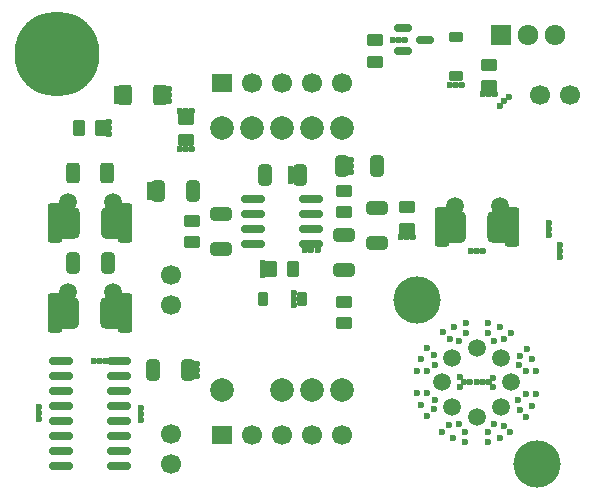
<source format=gbr>
%TF.GenerationSoftware,KiCad,Pcbnew,8.0.6*%
%TF.CreationDate,2024-11-21T00:19:25+01:00*%
%TF.ProjectId,3458A Ref A9 Clone,33343538-4120-4526-9566-20413920436c,rev?*%
%TF.SameCoordinates,Original*%
%TF.FileFunction,Soldermask,Top*%
%TF.FilePolarity,Negative*%
%FSLAX46Y46*%
G04 Gerber Fmt 4.6, Leading zero omitted, Abs format (unit mm)*
G04 Created by KiCad (PCBNEW 8.0.6) date 2024-11-21 00:19:25*
%MOMM*%
%LPD*%
G01*
G04 APERTURE LIST*
G04 Aperture macros list*
%AMRoundRect*
0 Rectangle with rounded corners*
0 $1 Rounding radius*
0 $2 $3 $4 $5 $6 $7 $8 $9 X,Y pos of 4 corners*
0 Add a 4 corners polygon primitive as box body*
4,1,4,$2,$3,$4,$5,$6,$7,$8,$9,$2,$3,0*
0 Add four circle primitives for the rounded corners*
1,1,$1+$1,$2,$3*
1,1,$1+$1,$4,$5*
1,1,$1+$1,$6,$7*
1,1,$1+$1,$8,$9*
0 Add four rect primitives between the rounded corners*
20,1,$1+$1,$2,$3,$4,$5,0*
20,1,$1+$1,$4,$5,$6,$7,0*
20,1,$1+$1,$6,$7,$8,$9,0*
20,1,$1+$1,$8,$9,$2,$3,0*%
G04 Aperture macros list end*
%ADD10RoundRect,0.150000X0.825000X0.150000X-0.825000X0.150000X-0.825000X-0.150000X0.825000X-0.150000X0*%
%ADD11RoundRect,0.250000X-0.362500X-1.425000X0.362500X-1.425000X0.362500X1.425000X-0.362500X1.425000X0*%
%ADD12C,1.500000*%
%ADD13RoundRect,0.405613X-0.588137X-0.919387X0.588137X-0.919387X0.588137X0.919387X-0.588137X0.919387X0*%
%ADD14RoundRect,0.420919X-0.610331X-0.904081X0.610331X-0.904081X0.610331X0.904081X-0.610331X0.904081X0*%
%ADD15RoundRect,0.225000X-0.375000X0.225000X-0.375000X-0.225000X0.375000X-0.225000X0.375000X0.225000X0*%
%ADD16RoundRect,0.250000X0.262500X0.450000X-0.262500X0.450000X-0.262500X-0.450000X0.262500X-0.450000X0*%
%ADD17RoundRect,0.250000X-0.450000X0.262500X-0.450000X-0.262500X0.450000X-0.262500X0.450000X0.262500X0*%
%ADD18RoundRect,0.250000X0.362500X1.425000X-0.362500X1.425000X-0.362500X-1.425000X0.362500X-1.425000X0*%
%ADD19RoundRect,0.405613X0.588137X0.919387X-0.588137X0.919387X-0.588137X-0.919387X0.588137X-0.919387X0*%
%ADD20RoundRect,0.420919X0.610331X0.904081X-0.610331X0.904081X-0.610331X-0.904081X0.610331X-0.904081X0*%
%ADD21RoundRect,0.250000X-0.650000X0.325000X-0.650000X-0.325000X0.650000X-0.325000X0.650000X0.325000X0*%
%ADD22RoundRect,0.250000X-0.262500X-0.450000X0.262500X-0.450000X0.262500X0.450000X-0.262500X0.450000X0*%
%ADD23RoundRect,0.250000X0.650000X-0.325000X0.650000X0.325000X-0.650000X0.325000X-0.650000X-0.325000X0*%
%ADD24C,2.000000*%
%ADD25R,1.700000X1.524000*%
%ADD26C,1.700000*%
%ADD27RoundRect,0.250000X0.450000X-0.262500X0.450000X0.262500X-0.450000X0.262500X-0.450000X-0.262500X0*%
%ADD28RoundRect,0.150000X-0.825000X-0.150000X0.825000X-0.150000X0.825000X0.150000X-0.825000X0.150000X0*%
%ADD29C,4.000000*%
%ADD30RoundRect,0.250000X-0.312500X-0.625000X0.312500X-0.625000X0.312500X0.625000X-0.312500X0.625000X0*%
%ADD31RoundRect,0.250000X-0.325000X-0.650000X0.325000X-0.650000X0.325000X0.650000X-0.325000X0.650000X0*%
%ADD32RoundRect,0.250000X0.325000X0.650000X-0.325000X0.650000X-0.325000X-0.650000X0.325000X-0.650000X0*%
%ADD33RoundRect,0.225000X0.225000X0.375000X-0.225000X0.375000X-0.225000X-0.375000X0.225000X-0.375000X0*%
%ADD34R,1.710000X1.800000*%
%ADD35O,1.710000X1.800000*%
%ADD36C,7.200000*%
%ADD37RoundRect,0.150000X-0.587500X-0.150000X0.587500X-0.150000X0.587500X0.150000X-0.587500X0.150000X0*%
%ADD38C,0.600000*%
G04 APERTURE END LIST*
D10*
%TO.C,U402*%
X155637000Y-112776000D03*
X155637000Y-111506000D03*
X155637000Y-110236000D03*
X155637000Y-108966000D03*
X150687000Y-108966000D03*
X150687000Y-110236000D03*
X150687000Y-111506000D03*
X150687000Y-112776000D03*
%TD*%
D11*
%TO.C,R415*%
X133968900Y-110998000D03*
D12*
X135001000Y-109270800D03*
D13*
X135036800Y-110998000D03*
D12*
X138811000Y-109270800D03*
D14*
X138861800Y-110998000D03*
D11*
X139893900Y-110998000D03*
%TD*%
D15*
%TO.C,D401*%
X167894000Y-95251000D03*
X167894000Y-98551000D03*
%TD*%
D16*
%TO.C,R416*%
X154074500Y-114935000D03*
X152249500Y-114935000D03*
%TD*%
D17*
%TO.C,R1*%
X145542000Y-110847500D03*
X145542000Y-112672500D03*
%TD*%
D18*
%TO.C,R413*%
X172634500Y-111328200D03*
D12*
X171577000Y-109601000D03*
D19*
X171566600Y-111328200D03*
D12*
X167767000Y-109601000D03*
D20*
X167741600Y-111328200D03*
D18*
X166709500Y-111328200D03*
%TD*%
D21*
%TO.C,C412*%
X161163000Y-109776999D03*
X161163000Y-112727001D03*
%TD*%
D22*
%TO.C,R5*%
X135993500Y-102997000D03*
X137818500Y-102997000D03*
%TD*%
D23*
%TO.C,C1*%
X158369000Y-115013001D03*
X158369000Y-112062999D03*
%TD*%
D12*
%TO.C,U401*%
X172543018Y-124519986D03*
X171687770Y-122455234D03*
X169623018Y-121599986D03*
X167558266Y-122455234D03*
X166703018Y-124519986D03*
X167558266Y-126584738D03*
X169623018Y-127439986D03*
X171687770Y-126584738D03*
%TD*%
D24*
%TO.C,J400*%
X148080000Y-125130000D03*
X153160000Y-125130000D03*
X155700000Y-125130000D03*
X158240000Y-125130000D03*
D25*
X148080000Y-128940000D03*
D26*
X150620000Y-128940000D03*
X153160000Y-128940000D03*
X155700000Y-128940000D03*
X158240000Y-128940000D03*
%TD*%
D18*
%TO.C,R414*%
X139868500Y-118618000D03*
D12*
X138811000Y-116890800D03*
D19*
X138800600Y-118618000D03*
D12*
X135001000Y-116890800D03*
D20*
X134975600Y-118618000D03*
D18*
X133943500Y-118618000D03*
%TD*%
D27*
%TO.C,R6*%
X145034000Y-104036500D03*
X145034000Y-102211500D03*
%TD*%
D28*
%TO.C,RN1*%
X134431000Y-122682000D03*
X134431000Y-123952000D03*
X134431000Y-125222000D03*
X134431000Y-126492000D03*
X134431000Y-127762000D03*
X134431000Y-129032000D03*
X134431000Y-130302000D03*
X134431000Y-131572000D03*
X139381000Y-131572000D03*
X139381000Y-130302000D03*
X139381000Y-129032000D03*
X139381000Y-127762000D03*
X139381000Y-126492000D03*
X139381000Y-125222000D03*
X139381000Y-123952000D03*
X139381000Y-122682000D03*
%TD*%
D29*
%TO.C,REF\u002A\u002A*%
X174713949Y-131466051D03*
%TD*%
%TO.C,REF\u002A\u002A*%
X164563949Y-117576051D03*
%TD*%
D30*
%TO.C,R2*%
X135443500Y-106807000D03*
X138368500Y-106807000D03*
%TD*%
D17*
%TO.C,R417*%
X158369000Y-117705500D03*
X158369000Y-119530500D03*
%TD*%
D26*
%TO.C,TP2*%
X143713200Y-131445000D03*
%TD*%
D30*
%TO.C,R419*%
X139888500Y-100203000D03*
X142813500Y-100203000D03*
%TD*%
D21*
%TO.C,C3*%
X147955000Y-110284999D03*
X147955000Y-113235001D03*
%TD*%
D31*
%TO.C,C413*%
X151686999Y-106934000D03*
X154637001Y-106934000D03*
%TD*%
D32*
%TO.C,C414*%
X161163000Y-106172000D03*
X158212998Y-106172000D03*
%TD*%
D26*
%TO.C,TP6*%
X174955200Y-100177600D03*
%TD*%
D33*
%TO.C,D400*%
X154812000Y-117475000D03*
X151512000Y-117475000D03*
%TD*%
D27*
%TO.C,R421*%
X161036000Y-97354399D03*
X161036000Y-95529399D03*
%TD*%
D26*
%TO.C,TP3*%
X143715000Y-115443000D03*
%TD*%
%TO.C,TP4*%
X143715000Y-117983000D03*
%TD*%
D34*
%TO.C,Q401*%
X171715000Y-95122000D03*
D35*
X173994999Y-95122000D03*
X176275000Y-95122000D03*
%TD*%
D36*
%TO.C,REF\u002A\u002A*%
X134073840Y-96696051D03*
%TD*%
D26*
%TO.C,TP5*%
X177495200Y-100177600D03*
%TD*%
D27*
%TO.C,R420*%
X163703000Y-111529500D03*
X163703000Y-109704500D03*
%TD*%
%TO.C,R4*%
X158369000Y-110132500D03*
X158369000Y-108307500D03*
%TD*%
D32*
%TO.C,C411*%
X145620001Y-108331000D03*
X142669999Y-108331000D03*
%TD*%
D26*
%TO.C,TP1*%
X143713200Y-128905000D03*
%TD*%
D17*
%TO.C,R418*%
X170688000Y-97616000D03*
X170688000Y-99441000D03*
%TD*%
D37*
%TO.C,Q1*%
X163400500Y-94554000D03*
X163400500Y-96454000D03*
X165275501Y-95504000D03*
%TD*%
D31*
%TO.C,C4*%
X142238199Y-123444000D03*
X145188201Y-123444000D03*
%TD*%
D32*
%TO.C,C5*%
X138381001Y-114427000D03*
X135430999Y-114427000D03*
%TD*%
D24*
%TO.C,J401*%
X158250000Y-103020000D03*
X155710000Y-103020000D03*
X153170000Y-103020000D03*
X150630000Y-103020000D03*
X148090000Y-103020000D03*
D25*
X148090000Y-99210000D03*
D26*
X150630000Y-99210000D03*
X153170000Y-99210000D03*
X155710000Y-99210000D03*
X158250000Y-99210000D03*
%TD*%
D38*
X162560001Y-95504001D03*
X137718800Y-122682000D03*
X154178000Y-116967000D03*
X169113200Y-113411000D03*
X154178000Y-117983000D03*
X154178000Y-117475000D03*
X138226800Y-122682000D03*
X137210801Y-122682001D03*
X170129199Y-113410999D03*
X169621200Y-113411000D03*
X163068000Y-95504000D03*
X163576000Y-95504000D03*
X139164699Y-100203001D03*
X159004000Y-106172000D03*
X153896699Y-106425999D03*
X145923000Y-123952001D03*
X159004000Y-106680000D03*
X145541999Y-104726099D03*
X159003999Y-105664000D03*
X145034000Y-104726100D03*
X141935200Y-107822999D03*
X144526000Y-104726100D03*
X132588000Y-127635000D03*
X145922999Y-122936001D03*
X132588000Y-127127000D03*
X141935200Y-108331000D03*
X141935201Y-108838999D03*
X139164700Y-100710998D03*
X153896700Y-107441999D03*
X132588000Y-126619000D03*
X139164699Y-99694998D03*
X153896699Y-106934000D03*
X145923000Y-123443998D03*
X141224000Y-126644400D03*
X151559900Y-114935000D03*
X151559900Y-114427000D03*
X141224000Y-127152400D03*
X141224000Y-127660400D03*
X151559900Y-115443000D03*
X167386000Y-99314000D03*
X175768000Y-111506000D03*
X167894000Y-99314000D03*
X168402000Y-99314000D03*
X175768001Y-112013999D03*
X175768000Y-110998000D03*
X167672582Y-129230870D03*
X168660411Y-129536199D03*
X173263271Y-126836632D03*
X170688000Y-124519986D03*
X168216436Y-124941614D03*
X167352836Y-120871572D03*
X170599625Y-120329957D03*
X168660411Y-128710015D03*
X165981604Y-126797168D03*
X170561000Y-128727200D03*
X173176832Y-123063000D03*
X164610004Y-125450968D03*
X165422804Y-125450968D03*
X170561000Y-129540000D03*
X168216436Y-124103414D03*
X173837232Y-123589004D03*
X164613805Y-123550379D03*
X164914804Y-126466968D03*
X173168239Y-125997718D03*
X174646231Y-125489593D03*
X168173032Y-120973172D03*
X171946664Y-120886733D03*
X174650032Y-123589004D03*
X166768636Y-120287372D03*
X171587454Y-119809102D03*
X171107750Y-120981765D03*
X165422028Y-121628604D03*
X165439989Y-123550379D03*
X171907200Y-128168400D03*
X166083204Y-125976972D03*
X167683036Y-119804772D03*
X170180000Y-124519986D03*
X173278432Y-122242804D03*
X173820047Y-125489593D03*
X172521400Y-120311996D03*
X171043600Y-124942600D03*
X168699036Y-120312772D03*
X171043600Y-124104400D03*
X174340902Y-126477422D03*
X166091797Y-123042254D03*
X164919134Y-122562550D03*
X173862632Y-121658604D03*
X174345232Y-122573004D03*
X166738636Y-128727976D03*
X167313372Y-128153239D03*
X165996765Y-122203340D03*
X172491400Y-128752600D03*
X169630018Y-124519986D03*
X165397404Y-127381368D03*
X173838008Y-127411368D03*
X171577000Y-129235200D03*
X170599625Y-119503773D03*
X168572036Y-124519000D03*
X169080036Y-124519000D03*
X171087004Y-128066800D03*
X168699036Y-119499972D03*
X168152286Y-128058207D03*
X145034000Y-101521900D03*
X138531600Y-103505000D03*
X143560800Y-100710999D03*
X144526001Y-101521901D03*
X143560799Y-99695000D03*
X138531600Y-102997000D03*
X138531599Y-102489001D03*
X143560800Y-100203001D03*
X145542000Y-101521900D03*
X164211000Y-112217200D03*
X176657001Y-113918999D03*
X176657000Y-112903000D03*
X163195000Y-112217200D03*
X172339000Y-100330000D03*
X176657000Y-113411000D03*
X171577000Y-101092000D03*
X163703000Y-112217200D03*
X171958000Y-100711000D03*
X170149185Y-100126800D03*
X171226815Y-100126800D03*
X156210000Y-113284000D03*
X155067000Y-113284000D03*
X155637000Y-113284000D03*
X170688000Y-100126800D03*
M02*

</source>
